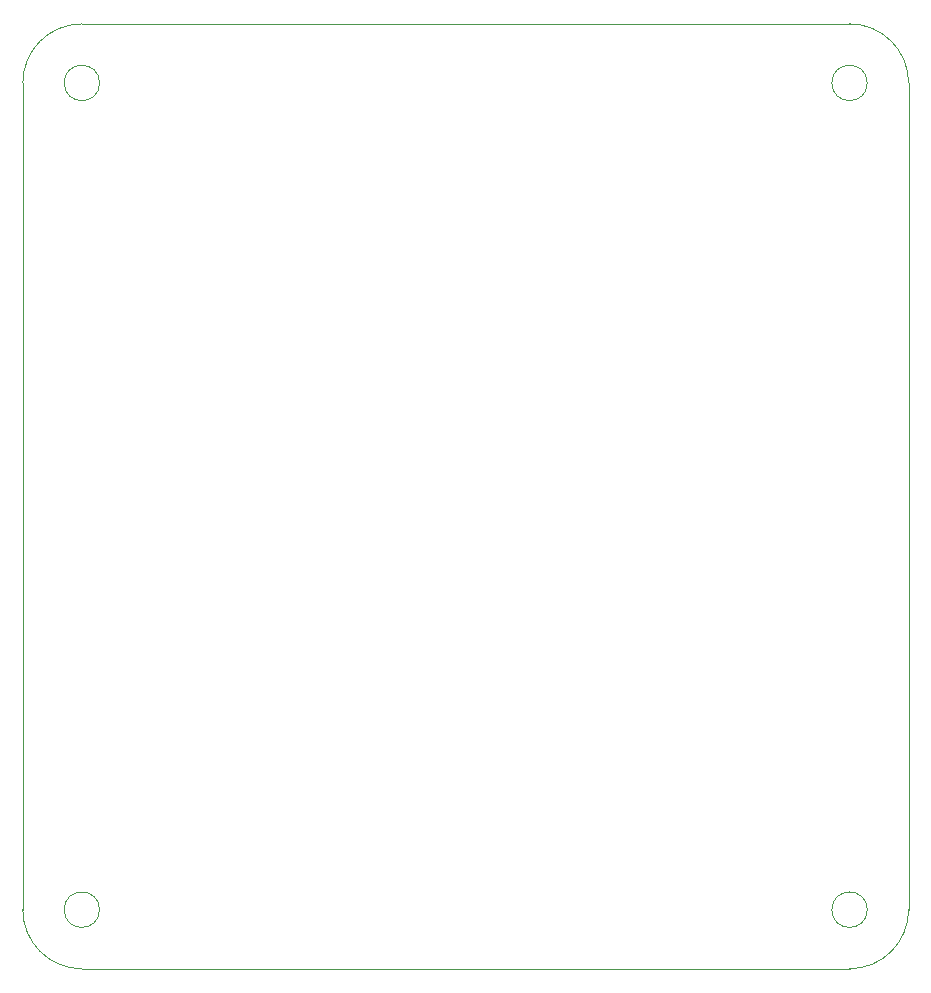
<source format=gbr>
%TF.GenerationSoftware,KiCad,Pcbnew,(6.0.9)*%
%TF.CreationDate,2023-05-03T14:40:21+10:00*%
%TF.ProjectId,Proj D,50726f6a-2044-42e6-9b69-6361645f7063,rev?*%
%TF.SameCoordinates,Original*%
%TF.FileFunction,Profile,NP*%
%FSLAX46Y46*%
G04 Gerber Fmt 4.6, Leading zero omitted, Abs format (unit mm)*
G04 Created by KiCad (PCBNEW (6.0.9)) date 2023-05-03 14:40:21*
%MOMM*%
%LPD*%
G01*
G04 APERTURE LIST*
%TA.AperFunction,Profile*%
%ADD10C,0.100000*%
%TD*%
G04 APERTURE END LIST*
D10*
X175000000Y-145000000D02*
X110000000Y-145000000D01*
X176500000Y-140000000D02*
G75*
G03*
X176500000Y-140000000I-1500000J0D01*
G01*
X105000000Y-140000000D02*
G75*
G03*
X110000000Y-145000000I5000000J0D01*
G01*
X180000000Y-70000000D02*
G75*
G03*
X175000000Y-65000000I-5000000J0D01*
G01*
X111500000Y-70000000D02*
G75*
G03*
X111500000Y-70000000I-1500000J0D01*
G01*
X180000000Y-70000000D02*
X180000000Y-140000000D01*
X105000000Y-140000000D02*
X105000000Y-70000000D01*
X175000000Y-145000000D02*
G75*
G03*
X180000000Y-140000000I0J5000000D01*
G01*
X176500000Y-70000000D02*
G75*
G03*
X176500000Y-70000000I-1500000J0D01*
G01*
X110000000Y-65000000D02*
G75*
G03*
X105000000Y-70000000I0J-5000000D01*
G01*
X111500000Y-140000000D02*
G75*
G03*
X111500000Y-140000000I-1500000J0D01*
G01*
X110000000Y-65000000D02*
X175000000Y-65000000D01*
M02*

</source>
